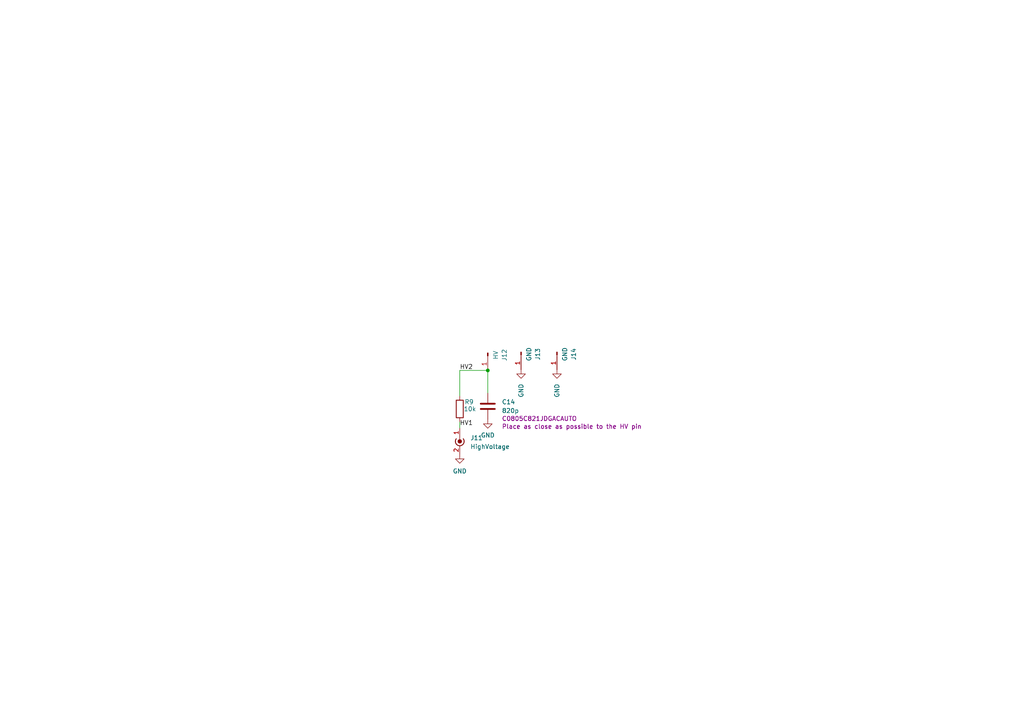
<source format=kicad_sch>
(kicad_sch (version 20211123) (generator eeschema)
  (paper "A4")
  (lib_symbols
    (symbol "Connector:Conn_01x01_Male" (pin_names (offset 1.016) hide)
      (property "Reference" "J" (at 0 2.54 0))
      (property "Value" "Conn_01x01_Male" (at 0 -2.54 0))
      (symbol "Conn_01x01_Male_1_1"
        (polyline (pts (xy 1.27 0) (xy 0.8636 0)) (stroke (width 0.1524)))
        (rectangle (start 0.8636 0.127) (end 0 -0.127) (stroke (width 0.1524)) (fill (type outline)))
        (pin passive line (at 5.08 0 180) (length 3.81) (name "Pin_1") (number "1"))
      )
    )
    (symbol "Connector:Conn_Coaxial_Power" (pin_names (offset 1.016) hide)
      (property "Reference" "J" (at -5.08 -1.27 90))
      (property "Value" "Conn_Coaxial_Power" (at -3.175 -1.27 90))
      (symbol "Conn_Coaxial_Power_0_1"
        (arc (start -1.27 -1.27) (mid 0 -2.54) (end 1.27 -1.27) (stroke (width 0.254)))
        (arc (start -1.016 -0.508) (mid -1.2048 -0.8684) (end -1.27 -1.27) (stroke (width 0.254)))
        (circle (center 0 -1.27) (radius 0.508) (stroke (width 0.2032)) (fill (type outline)))
        (polyline (pts (xy 0 -2.54) (xy 0 -3.048)))
        (polyline (pts (xy 0 0) (xy 0 -1.27)))
        (arc (start 1.27 -1.27) (mid 1.2048 -0.8684) (end 1.016 -0.508) (stroke (width 0.254)))
      )
      (symbol "Conn_Coaxial_Power_1_1"
        (pin passive line (at 0 2.54 270) (length 2.54) (name "In") (number "1"))
        (pin passive line (at 0 -5.08 90) (length 2.54) (name "Ext") (number "2"))
      )
    )
    (symbol "Device:C" (pin_numbers hide) (pin_names (offset 0.254))
      (property "Reference" "C" (at 0.635 2.54 0))
      (property "Value" "C" (at 0.635 -2.54 0))
      (symbol "C_0_1"
        (polyline (pts (xy -2.032 -0.762) (xy 2.032 -0.762)) (stroke (width 0.508)))
        (polyline (pts (xy -2.032 0.762) (xy 2.032 0.762)) (stroke (width 0.508)))
      )
      (symbol "C_1_1"
        (pin passive line (at 0 3.81 270) (length 2.794) (name "~") (number "1"))
        (pin passive line (at 0 -3.81 90) (length 2.794) (name "~") (number "2"))
      )
    )
    (symbol "Device:R" (pin_numbers hide) (pin_names (offset 0))
      (property "Reference" "R" (at 2.032 0 90))
      (property "Value" "R" (at 0 0 90))
      (symbol "R_0_1"
        (rectangle (start -1.016 -2.54) (end 1.016 2.54) (stroke (width 0.254)))
      )
      (symbol "R_1_1"
        (pin passive line (at 0 3.81 270) (length 1.27) (name "~") (number "1"))
        (pin passive line (at 0 -3.81 90) (length 1.27) (name "~") (number "2"))
      )
    )
    (symbol "power:GND" (power) (pin_names (offset 0))
      (property "Value" "GND" (at 0 -3.81 0))
      (symbol "GND_0_1"
        (polyline (pts (xy 0 0) (xy 0 -1.27) (xy 1.27 -1.27) (xy 0 -2.54) (xy -1.27 -1.27) (xy 0 -1.27)))
      )
      (symbol "GND_1_1"
        (pin power_in line (at 0 0 270) (length 0) hide (name "GND") (number "1"))
      )
    )
  )
  (junction (at 141.478 107.442))
  (wire (pts (xy 133.35 107.442) (xy 133.35 114.808)))
  (wire (pts (xy 141.478 114.046) (xy 141.478 107.442)))
  (wire (pts (xy 141.478 107.442) (xy 133.35 107.442)))
  (wire (pts (xy 133.35 124.206) (xy 133.35 122.428)))
  (label "HV1" (at 133.35 123.698 0))
  (label "HV2" (at 133.35 107.442 0))
  (symbol (lib_id "Connector:Conn_01x01_Male") (at 141.478 102.362 270) (unit 1)
    (property "Reference" "J12" (at 146.304 102.997 0))
    (property "Value" "HV" (at 143.764 102.997 0))
    (property "Footprint" "chubut:MILL-MAX_0965-0-15-20-80-14-11-0" (effects hide))
    (property "Datasheet" "https://www.mill-max.com/products/pin/0965/0965-0-15-20-80-14-11-0?s_term=0965-0-15-20-80-14-11-0&s_type=Quick%2FProduct%2FPart+Number+Search" (effects hide))
    (property "Manufacturer number" "0965-0-15-20-80-14-11-0" (effects hide))
    (property "Manufacturer" "Mill-Max Manufacturing Corp." (effects hide))
  )
  (symbol (lib_id "Connector:Conn_Coaxial_Power") (at 133.35 126.746 0) (unit 1)
    (property "Reference" "J11" (at 136.398 126.9999 0) (effects (justify left)))
    (property "Value" "HighVoltage" (at 136.398 129.5399 0) (effects (justify left)))
    (property "Footprint" "chubut:MMCX-J-P-H-RA-TH1" (effects hide))
    (property "Datasheet" "http://suddendocs.samtec.com/catalog_english/mmcx.pdf" (effects hide))
    (property "Digikey" "https://www.digikey.ch/short/n387fprw" (effects hide))
    (property "Manufacturer" "Samtec Inc." (effects hide))
    (property "Manufacturer number" "MMCX-J-P-H-RA-TH1" (effects hide))
  )
  (symbol (lib_id "Device:C") (at 141.478 117.856 0) (unit 1)
    (property "Reference" "C14" (at 145.542 116.5859 0) (effects (justify left)))
    (property "Value" "820p" (at 145.542 119.1259 0) (effects (justify left)))
    (property "Footprint" "Capacitor_SMD:C_0805_2012Metric" (effects hide))
    (property "Manufacturer number" "C0805C821JDGACAUTO" (at 145.542 121.412 0) (effects (justify left)))
    (property "Manufacturer" "KEMET" (effects hide))
    (property "Note" "Place as close as possible to the HV pin" (at 145.542 123.698 0) (effects (justify left)))
  )
  (symbol (lib_id "power:GND") (at 133.35 131.826 0) (unit 1)
    (property "Reference" "#PWR034" (effects hide))
    (property "Value" "GND" (at 133.35 136.652 0))
  )
  (symbol (lib_id "Connector:Conn_01x01_Male") (at 151.13 102.108 270) (unit 1)
    (property "Reference" "J13" (at 155.956 102.743 0))
    (property "Value" "GND" (at 153.416 102.743 0))
    (property "Footprint" "chubut:MILL-MAX_0965-0-15-20-80-14-11-0" (effects hide))
    (property "Datasheet" "https://www.mill-max.com/products/pin/0965/0965-0-15-20-80-14-11-0?s_term=0965-0-15-20-80-14-11-0&s_type=Quick%2FProduct%2FPart+Number+Search" (effects hide))
    (property "Manufacturer number" "0965-0-15-20-80-14-11-0" (effects hide))
    (property "Manufacturer" "Mill-Max Manufacturing Corp." (effects hide))
  )
  (symbol (lib_id "Device:R") (at 133.35 118.618 180) (unit 1)
    (property "Reference" "R9" (at 136.0678 116.586 0))
    (property "Value" "10k" (at 136.2964 118.618 0))
    (property "Footprint" "Resistor_SMD:R_0805_2012Metric_Pad1.20x1.40mm_HandSolder" (effects hide))
    (property "Digikey" "https://www.digikey.ch/short/qzptj3dp" (effects hide))
    (property "Manufacturer" "YAGEO" (effects hide))
    (property "Manufacturer number" "RC0805FR-0710KL" (effects hide))
  )
  (symbol (lib_id "power:GND") (at 141.478 121.666 0) (unit 1)
    (property "Reference" "#PWR035" (effects hide))
    (property "Value" "GND" (at 141.478 126.238 0))
  )
  (symbol (lib_id "power:GND") (at 151.13 107.188 0) (unit 1)
    (property "Reference" "#PWR036" (effects hide))
    (property "Value" "GND" (at 151.1301 111.252 90) (effects (justify right)))
  )
  (symbol (lib_id "power:GND") (at 161.544 107.188 0) (unit 1)
    (property "Reference" "#PWR037" (effects hide))
    (property "Value" "GND" (at 161.5441 111.252 90) (effects (justify right)))
  )
  (symbol (lib_id "Connector:Conn_01x01_Male") (at 161.544 102.108 270) (unit 1)
    (property "Reference" "J14" (at 166.37 102.743 0))
    (property "Value" "GND" (at 163.83 102.743 0))
    (property "Footprint" "chubut:MILL-MAX_0965-0-15-20-80-14-11-0" (effects hide))
    (property "Datasheet" "https://www.mill-max.com/products/pin/0965/0965-0-15-20-80-14-11-0?s_term=0965-0-15-20-80-14-11-0&s_type=Quick%2FProduct%2FPart+Number+Search" (effects hide))
    (property "Manufacturer number" "0965-0-15-20-80-14-11-0" (effects hide))
    (property "Manufacturer" "Mill-Max Manufacturing Corp." (effects hide))
  )
)
</source>
